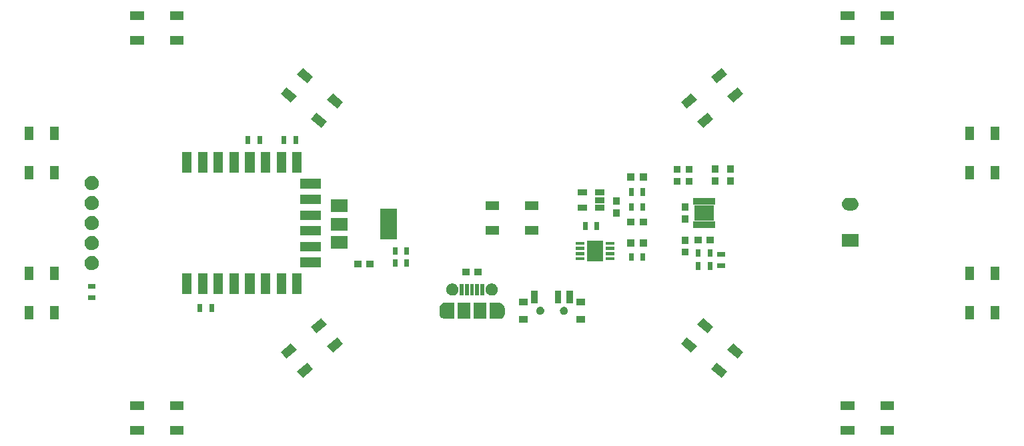
<source format=gts>
G04 #@! TF.FileFunction,Soldermask,Top*
%FSLAX46Y46*%
G04 Gerber Fmt 4.6, Leading zero omitted, Abs format (unit mm)*
G04 Created by KiCad (PCBNEW 4.0.7) date Thursday, August 02, 2018 'PMt' 05:34:58 PM*
%MOMM*%
%LPD*%
G01*
G04 APERTURE LIST*
%ADD10C,0.100000*%
G04 APERTURE END LIST*
D10*
G36*
X124635000Y-68190000D02*
X122935000Y-68190000D01*
X122935000Y-67090000D01*
X124635000Y-67090000D01*
X124635000Y-68190000D01*
X124635000Y-68190000D01*
G37*
G36*
X29465000Y-68190000D02*
X27765000Y-68190000D01*
X27765000Y-67090000D01*
X29465000Y-67090000D01*
X29465000Y-68190000D01*
X29465000Y-68190000D01*
G37*
G36*
X34465000Y-68190000D02*
X32765000Y-68190000D01*
X32765000Y-67090000D01*
X34465000Y-67090000D01*
X34465000Y-68190000D01*
X34465000Y-68190000D01*
G37*
G36*
X119635000Y-68190000D02*
X117935000Y-68190000D01*
X117935000Y-67090000D01*
X119635000Y-67090000D01*
X119635000Y-68190000D01*
X119635000Y-68190000D01*
G37*
G36*
X124635000Y-64990000D02*
X122935000Y-64990000D01*
X122935000Y-63890000D01*
X124635000Y-63890000D01*
X124635000Y-64990000D01*
X124635000Y-64990000D01*
G37*
G36*
X119635000Y-64990000D02*
X117935000Y-64990000D01*
X117935000Y-63890000D01*
X119635000Y-63890000D01*
X119635000Y-64990000D01*
X119635000Y-64990000D01*
G37*
G36*
X34465000Y-64990000D02*
X32765000Y-64990000D01*
X32765000Y-63890000D01*
X34465000Y-63890000D01*
X34465000Y-64990000D01*
X34465000Y-64990000D01*
G37*
G36*
X29465000Y-64990000D02*
X27765000Y-64990000D01*
X27765000Y-63890000D01*
X29465000Y-63890000D01*
X29465000Y-64990000D01*
X29465000Y-64990000D01*
G37*
G36*
X50918021Y-59857595D02*
X49615745Y-60950335D01*
X48908677Y-60107685D01*
X50210953Y-59014945D01*
X50918021Y-59857595D01*
X50918021Y-59857595D01*
G37*
G36*
X103491323Y-60107685D02*
X102784255Y-60950335D01*
X101481979Y-59857595D01*
X102189047Y-59014945D01*
X103491323Y-60107685D01*
X103491323Y-60107685D01*
G37*
G36*
X48861101Y-57406253D02*
X47558825Y-58498993D01*
X46851757Y-57656343D01*
X48154033Y-56563603D01*
X48861101Y-57406253D01*
X48861101Y-57406253D01*
G37*
G36*
X105548243Y-57656343D02*
X104841175Y-58498993D01*
X103538899Y-57406253D01*
X104245967Y-56563603D01*
X105548243Y-57656343D01*
X105548243Y-57656343D01*
G37*
G36*
X54748243Y-56643657D02*
X53445967Y-57736397D01*
X52738899Y-56893747D01*
X54041175Y-55801007D01*
X54748243Y-56643657D01*
X54748243Y-56643657D01*
G37*
G36*
X99661101Y-56893747D02*
X98954033Y-57736397D01*
X97651757Y-56643657D01*
X98358825Y-55801007D01*
X99661101Y-56893747D01*
X99661101Y-56893747D01*
G37*
G36*
X51984256Y-53349666D02*
X52043273Y-53420000D01*
X52691323Y-54192315D01*
X51389047Y-55285055D01*
X50681979Y-54442405D01*
X51984255Y-53349665D01*
X51984256Y-53349666D01*
X51984256Y-53349666D01*
G37*
G36*
X101718021Y-54442405D02*
X101010953Y-55285055D01*
X99708677Y-54192315D01*
X100356727Y-53420000D01*
X100415744Y-53349666D01*
X100415745Y-53349665D01*
X101718021Y-54442405D01*
X101718021Y-54442405D01*
G37*
G36*
X85480000Y-53950000D02*
X84380000Y-53950000D01*
X84380000Y-53050000D01*
X85480000Y-53050000D01*
X85480000Y-53950000D01*
X85480000Y-53950000D01*
G37*
G36*
X78180000Y-53950000D02*
X77080000Y-53950000D01*
X77080000Y-53050000D01*
X78180000Y-53050000D01*
X78180000Y-53950000D01*
X78180000Y-53950000D01*
G37*
G36*
X15460000Y-53515000D02*
X14360000Y-53515000D01*
X14360000Y-51815000D01*
X15460000Y-51815000D01*
X15460000Y-53515000D01*
X15460000Y-53515000D01*
G37*
G36*
X18660000Y-53515000D02*
X17560000Y-53515000D01*
X17560000Y-51815000D01*
X18660000Y-51815000D01*
X18660000Y-53515000D01*
X18660000Y-53515000D01*
G37*
G36*
X134840000Y-53515000D02*
X133740000Y-53515000D01*
X133740000Y-51815000D01*
X134840000Y-51815000D01*
X134840000Y-53515000D01*
X134840000Y-53515000D01*
G37*
G36*
X138040000Y-53515000D02*
X136940000Y-53515000D01*
X136940000Y-51815000D01*
X138040000Y-51815000D01*
X138040000Y-53515000D01*
X138040000Y-53515000D01*
G37*
G36*
X74667843Y-51419726D02*
X74673069Y-51420000D01*
X74698425Y-51420000D01*
X74698636Y-51420139D01*
X74714774Y-51424659D01*
X74750651Y-51428429D01*
X74750664Y-51428433D01*
X74750701Y-51428437D01*
X74871885Y-51465950D01*
X74983475Y-51526287D01*
X75081221Y-51607149D01*
X75161399Y-51705456D01*
X75220955Y-51817465D01*
X75257621Y-51938909D01*
X75270000Y-52065161D01*
X75270000Y-52774839D01*
X75269937Y-52783914D01*
X75255796Y-52909982D01*
X75217438Y-53030901D01*
X75156324Y-53142068D01*
X75074781Y-53239246D01*
X74975916Y-53318736D01*
X74863494Y-53377509D01*
X74741798Y-53413326D01*
X74741764Y-53413329D01*
X74741751Y-53413333D01*
X74715469Y-53415724D01*
X74701776Y-53418957D01*
X74699930Y-53420000D01*
X74670756Y-53420000D01*
X74666224Y-53420206D01*
X74615464Y-53424826D01*
X74572157Y-53420274D01*
X74566931Y-53420000D01*
X73370000Y-53420000D01*
X73370000Y-51420000D01*
X74569244Y-51420000D01*
X74573776Y-51419794D01*
X74624536Y-51415174D01*
X74667843Y-51419726D01*
X74667843Y-51419726D01*
G37*
G36*
X67667843Y-51419726D02*
X67673069Y-51420000D01*
X68870000Y-51420000D01*
X68870000Y-53420000D01*
X67670756Y-53420000D01*
X67666224Y-53420206D01*
X67615464Y-53424826D01*
X67572157Y-53420274D01*
X67566931Y-53420000D01*
X67541575Y-53420000D01*
X67541364Y-53419861D01*
X67525226Y-53415341D01*
X67489349Y-53411571D01*
X67489336Y-53411567D01*
X67489299Y-53411563D01*
X67368115Y-53374050D01*
X67256525Y-53313713D01*
X67158779Y-53232851D01*
X67078601Y-53134544D01*
X67019045Y-53022535D01*
X66982379Y-52901091D01*
X66970000Y-52774839D01*
X66970000Y-52065161D01*
X66970063Y-52056086D01*
X66984204Y-51930018D01*
X67022562Y-51809099D01*
X67083676Y-51697932D01*
X67165219Y-51600754D01*
X67264084Y-51521264D01*
X67376506Y-51462491D01*
X67498202Y-51426674D01*
X67498236Y-51426671D01*
X67498249Y-51426667D01*
X67524531Y-51424276D01*
X67538224Y-51421043D01*
X67540070Y-51420000D01*
X67569244Y-51420000D01*
X67573776Y-51419794D01*
X67624536Y-51415174D01*
X67667843Y-51419726D01*
X67667843Y-51419726D01*
G37*
G36*
X70920000Y-53420000D02*
X69320000Y-53420000D01*
X69320000Y-51420000D01*
X70920000Y-51420000D01*
X70920000Y-53420000D01*
X70920000Y-53420000D01*
G37*
G36*
X72920000Y-53420000D02*
X71320000Y-53420000D01*
X71320000Y-51420000D01*
X72920000Y-51420000D01*
X72920000Y-53420000D01*
X72920000Y-53420000D01*
G37*
G36*
X82832517Y-51900332D02*
X82928571Y-51920049D01*
X83018965Y-51958047D01*
X83100255Y-52012877D01*
X83169348Y-52082454D01*
X83223614Y-52164130D01*
X83260976Y-52254780D01*
X83279955Y-52350629D01*
X83279955Y-52350638D01*
X83280021Y-52350972D01*
X83278457Y-52462970D01*
X83278381Y-52463304D01*
X83278381Y-52463316D01*
X83256737Y-52558587D01*
X83216852Y-52648168D01*
X83160334Y-52728289D01*
X83089321Y-52795913D01*
X83006527Y-52848455D01*
X82915110Y-52883913D01*
X82818547Y-52900940D01*
X82720514Y-52898887D01*
X82624741Y-52877830D01*
X82534889Y-52838574D01*
X82454370Y-52782613D01*
X82386254Y-52712076D01*
X82333139Y-52629658D01*
X82297042Y-52538488D01*
X82279340Y-52442038D01*
X82280710Y-52343995D01*
X82301096Y-52248085D01*
X82339725Y-52157957D01*
X82395123Y-52077050D01*
X82465183Y-52008442D01*
X82547230Y-51954752D01*
X82638146Y-51918020D01*
X82734461Y-51899647D01*
X82832517Y-51900332D01*
X82832517Y-51900332D01*
G37*
G36*
X79832517Y-51900332D02*
X79928571Y-51920049D01*
X80018965Y-51958047D01*
X80100255Y-52012877D01*
X80169348Y-52082454D01*
X80223614Y-52164130D01*
X80260976Y-52254780D01*
X80279955Y-52350629D01*
X80279955Y-52350638D01*
X80280021Y-52350972D01*
X80278457Y-52462970D01*
X80278381Y-52463304D01*
X80278381Y-52463316D01*
X80256737Y-52558587D01*
X80216852Y-52648168D01*
X80160334Y-52728289D01*
X80089321Y-52795913D01*
X80006527Y-52848455D01*
X79915110Y-52883913D01*
X79818547Y-52900940D01*
X79720514Y-52898887D01*
X79624741Y-52877830D01*
X79534889Y-52838574D01*
X79454370Y-52782613D01*
X79386254Y-52712076D01*
X79333139Y-52629658D01*
X79297042Y-52538488D01*
X79279340Y-52442038D01*
X79280710Y-52343995D01*
X79301096Y-52248085D01*
X79339725Y-52157957D01*
X79395123Y-52077050D01*
X79465183Y-52008442D01*
X79547230Y-51954752D01*
X79638146Y-51918020D01*
X79734461Y-51899647D01*
X79832517Y-51900332D01*
X79832517Y-51900332D01*
G37*
G36*
X36888000Y-52570000D02*
X36288000Y-52570000D01*
X36288000Y-51570000D01*
X36888000Y-51570000D01*
X36888000Y-52570000D01*
X36888000Y-52570000D01*
G37*
G36*
X38388000Y-52570000D02*
X37788000Y-52570000D01*
X37788000Y-51570000D01*
X38388000Y-51570000D01*
X38388000Y-52570000D01*
X38388000Y-52570000D01*
G37*
G36*
X85480000Y-51740000D02*
X84380000Y-51740000D01*
X84380000Y-50840000D01*
X85480000Y-50840000D01*
X85480000Y-51740000D01*
X85480000Y-51740000D01*
G37*
G36*
X78180000Y-51740000D02*
X77080000Y-51740000D01*
X77080000Y-50840000D01*
X78180000Y-50840000D01*
X78180000Y-51740000D01*
X78180000Y-51740000D01*
G37*
G36*
X83930000Y-51440000D02*
X83130000Y-51440000D01*
X83130000Y-49840000D01*
X83930000Y-49840000D01*
X83930000Y-51440000D01*
X83930000Y-51440000D01*
G37*
G36*
X82430000Y-51440000D02*
X81630000Y-51440000D01*
X81630000Y-49840000D01*
X82430000Y-49840000D01*
X82430000Y-51440000D01*
X82430000Y-51440000D01*
G37*
G36*
X79430000Y-51440000D02*
X78630000Y-51440000D01*
X78630000Y-49840000D01*
X79430000Y-49840000D01*
X79430000Y-51440000D01*
X79430000Y-51440000D01*
G37*
G36*
X23360000Y-51088000D02*
X22360000Y-51088000D01*
X22360000Y-50488000D01*
X23360000Y-50488000D01*
X23360000Y-51088000D01*
X23360000Y-51088000D01*
G37*
G36*
X73701401Y-48945514D02*
X73850285Y-48976076D01*
X73990392Y-49034971D01*
X74116397Y-49119963D01*
X74223491Y-49227807D01*
X74307596Y-49354397D01*
X74365514Y-49494914D01*
X74394968Y-49643664D01*
X74394968Y-49643678D01*
X74395033Y-49644007D01*
X74392609Y-49817603D01*
X74392533Y-49817937D01*
X74392533Y-49817945D01*
X74358939Y-49965816D01*
X74297121Y-50104658D01*
X74209513Y-50228851D01*
X74099444Y-50333668D01*
X73971123Y-50415103D01*
X73829421Y-50470066D01*
X73679747Y-50496457D01*
X73527795Y-50493274D01*
X73379350Y-50460636D01*
X73240077Y-50399789D01*
X73115276Y-50313050D01*
X73009695Y-50203718D01*
X72927366Y-50075969D01*
X72871416Y-49934655D01*
X72843978Y-49785161D01*
X72846101Y-49633192D01*
X72877700Y-49484531D01*
X72937575Y-49344833D01*
X73023441Y-49219428D01*
X73132032Y-49113087D01*
X73259207Y-49029866D01*
X73400126Y-48972931D01*
X73549416Y-48944453D01*
X73701401Y-48945514D01*
X73701401Y-48945514D01*
G37*
G36*
X68701401Y-48945514D02*
X68850285Y-48976076D01*
X68990392Y-49034971D01*
X69116397Y-49119963D01*
X69223491Y-49227807D01*
X69307596Y-49354397D01*
X69365514Y-49494914D01*
X69394968Y-49643664D01*
X69394968Y-49643678D01*
X69395033Y-49644007D01*
X69392609Y-49817603D01*
X69392533Y-49817937D01*
X69392533Y-49817945D01*
X69358939Y-49965816D01*
X69297121Y-50104658D01*
X69209513Y-50228851D01*
X69099444Y-50333668D01*
X68971123Y-50415103D01*
X68829421Y-50470066D01*
X68679747Y-50496457D01*
X68527795Y-50493274D01*
X68379350Y-50460636D01*
X68240077Y-50399789D01*
X68115276Y-50313050D01*
X68009695Y-50203718D01*
X67927366Y-50075969D01*
X67871416Y-49934655D01*
X67843978Y-49785161D01*
X67846101Y-49633192D01*
X67877700Y-49484531D01*
X67937575Y-49344833D01*
X68023441Y-49219428D01*
X68132032Y-49113087D01*
X68259207Y-49029866D01*
X68400126Y-48972931D01*
X68549416Y-48944453D01*
X68701401Y-48945514D01*
X68701401Y-48945514D01*
G37*
G36*
X71370000Y-50445000D02*
X70870000Y-50445000D01*
X70870000Y-48995000D01*
X71370000Y-48995000D01*
X71370000Y-50445000D01*
X71370000Y-50445000D01*
G37*
G36*
X72020000Y-50445000D02*
X71520000Y-50445000D01*
X71520000Y-48995000D01*
X72020000Y-48995000D01*
X72020000Y-50445000D01*
X72020000Y-50445000D01*
G37*
G36*
X72670000Y-50445000D02*
X72170000Y-50445000D01*
X72170000Y-48995000D01*
X72670000Y-48995000D01*
X72670000Y-50445000D01*
X72670000Y-50445000D01*
G37*
G36*
X70070000Y-50445000D02*
X69570000Y-50445000D01*
X69570000Y-48995000D01*
X70070000Y-48995000D01*
X70070000Y-50445000D01*
X70070000Y-50445000D01*
G37*
G36*
X70720000Y-50445000D02*
X70220000Y-50445000D01*
X70220000Y-48995000D01*
X70720000Y-48995000D01*
X70720000Y-50445000D01*
X70720000Y-50445000D01*
G37*
G36*
X49525000Y-50260000D02*
X48325000Y-50260000D01*
X48325000Y-47660000D01*
X49525000Y-47660000D01*
X49525000Y-50260000D01*
X49525000Y-50260000D01*
G37*
G36*
X47525000Y-50260000D02*
X46325000Y-50260000D01*
X46325000Y-47660000D01*
X47525000Y-47660000D01*
X47525000Y-50260000D01*
X47525000Y-50260000D01*
G37*
G36*
X45525000Y-50260000D02*
X44325000Y-50260000D01*
X44325000Y-47660000D01*
X45525000Y-47660000D01*
X45525000Y-50260000D01*
X45525000Y-50260000D01*
G37*
G36*
X43525000Y-50260000D02*
X42325000Y-50260000D01*
X42325000Y-47660000D01*
X43525000Y-47660000D01*
X43525000Y-50260000D01*
X43525000Y-50260000D01*
G37*
G36*
X41525000Y-50260000D02*
X40325000Y-50260000D01*
X40325000Y-47660000D01*
X41525000Y-47660000D01*
X41525000Y-50260000D01*
X41525000Y-50260000D01*
G37*
G36*
X39525000Y-50260000D02*
X38325000Y-50260000D01*
X38325000Y-47660000D01*
X39525000Y-47660000D01*
X39525000Y-50260000D01*
X39525000Y-50260000D01*
G37*
G36*
X37525000Y-50260000D02*
X36325000Y-50260000D01*
X36325000Y-47660000D01*
X37525000Y-47660000D01*
X37525000Y-50260000D01*
X37525000Y-50260000D01*
G37*
G36*
X35525000Y-50260000D02*
X34325000Y-50260000D01*
X34325000Y-47660000D01*
X35525000Y-47660000D01*
X35525000Y-50260000D01*
X35525000Y-50260000D01*
G37*
G36*
X23360000Y-49588000D02*
X22360000Y-49588000D01*
X22360000Y-48988000D01*
X23360000Y-48988000D01*
X23360000Y-49588000D01*
X23360000Y-49588000D01*
G37*
G36*
X138040000Y-48515000D02*
X136940000Y-48515000D01*
X136940000Y-46815000D01*
X138040000Y-46815000D01*
X138040000Y-48515000D01*
X138040000Y-48515000D01*
G37*
G36*
X134840000Y-48515000D02*
X133740000Y-48515000D01*
X133740000Y-46815000D01*
X134840000Y-46815000D01*
X134840000Y-48515000D01*
X134840000Y-48515000D01*
G37*
G36*
X18660000Y-48515000D02*
X17560000Y-48515000D01*
X17560000Y-46815000D01*
X18660000Y-46815000D01*
X18660000Y-48515000D01*
X18660000Y-48515000D01*
G37*
G36*
X15460000Y-48515000D02*
X14360000Y-48515000D01*
X14360000Y-46815000D01*
X15460000Y-46815000D01*
X15460000Y-48515000D01*
X15460000Y-48515000D01*
G37*
G36*
X70820000Y-47923000D02*
X69920000Y-47923000D01*
X69920000Y-47073000D01*
X70820000Y-47073000D01*
X70820000Y-47923000D01*
X70820000Y-47923000D01*
G37*
G36*
X72320000Y-47923000D02*
X71420000Y-47923000D01*
X71420000Y-47073000D01*
X72320000Y-47073000D01*
X72320000Y-47923000D01*
X72320000Y-47923000D01*
G37*
G36*
X22954531Y-45455597D02*
X23127427Y-45491088D01*
X23290132Y-45559483D01*
X23436458Y-45658180D01*
X23560828Y-45783422D01*
X23658502Y-45930433D01*
X23725757Y-46093608D01*
X23759973Y-46266407D01*
X23759973Y-46266416D01*
X23760039Y-46266750D01*
X23757224Y-46468346D01*
X23757148Y-46468680D01*
X23757148Y-46468691D01*
X23718123Y-46640459D01*
X23646334Y-46801699D01*
X23544592Y-46945927D01*
X23416778Y-47067644D01*
X23267755Y-47162216D01*
X23103199Y-47226043D01*
X22929383Y-47256692D01*
X22752923Y-47252996D01*
X22580536Y-47215094D01*
X22418800Y-47144433D01*
X22273869Y-47043703D01*
X22151260Y-46916738D01*
X22055651Y-46768382D01*
X21990676Y-46604277D01*
X21958814Y-46430672D01*
X21961279Y-46254191D01*
X21997974Y-46081552D01*
X22067506Y-45919322D01*
X22167222Y-45773691D01*
X22293328Y-45650198D01*
X22441015Y-45553555D01*
X22604663Y-45487437D01*
X22778032Y-45454365D01*
X22954531Y-45455597D01*
X22954531Y-45455597D01*
G37*
G36*
X101634000Y-47236000D02*
X101034000Y-47236000D01*
X101034000Y-46236000D01*
X101634000Y-46236000D01*
X101634000Y-47236000D01*
X101634000Y-47236000D01*
G37*
G36*
X100134000Y-47236000D02*
X99534000Y-47236000D01*
X99534000Y-46236000D01*
X100134000Y-46236000D01*
X100134000Y-47236000D01*
X100134000Y-47236000D01*
G37*
G36*
X103243000Y-47024000D02*
X102243000Y-47024000D01*
X102243000Y-46424000D01*
X103243000Y-46424000D01*
X103243000Y-47024000D01*
X103243000Y-47024000D01*
G37*
G36*
X57104000Y-46907000D02*
X56204000Y-46907000D01*
X56204000Y-46057000D01*
X57104000Y-46057000D01*
X57104000Y-46907000D01*
X57104000Y-46907000D01*
G37*
G36*
X58604000Y-46907000D02*
X57704000Y-46907000D01*
X57704000Y-46057000D01*
X58604000Y-46057000D01*
X58604000Y-46907000D01*
X58604000Y-46907000D01*
G37*
G36*
X51925000Y-46870000D02*
X49325000Y-46870000D01*
X49325000Y-45670000D01*
X51925000Y-45670000D01*
X51925000Y-46870000D01*
X51925000Y-46870000D01*
G37*
G36*
X63153000Y-46855000D02*
X62553000Y-46855000D01*
X62553000Y-45855000D01*
X63153000Y-45855000D01*
X63153000Y-46855000D01*
X63153000Y-46855000D01*
G37*
G36*
X61653000Y-46855000D02*
X61053000Y-46855000D01*
X61053000Y-45855000D01*
X61653000Y-45855000D01*
X61653000Y-46855000D01*
X61653000Y-46855000D01*
G37*
G36*
X87741000Y-46131000D02*
X85741000Y-46131000D01*
X85741000Y-43531000D01*
X87741000Y-43531000D01*
X87741000Y-46131000D01*
X87741000Y-46131000D01*
G37*
G36*
X91625000Y-46093000D02*
X91025000Y-46093000D01*
X91025000Y-45093000D01*
X91625000Y-45093000D01*
X91625000Y-46093000D01*
X91625000Y-46093000D01*
G37*
G36*
X93125000Y-46093000D02*
X92525000Y-46093000D01*
X92525000Y-45093000D01*
X93125000Y-45093000D01*
X93125000Y-46093000D01*
X93125000Y-46093000D01*
G37*
G36*
X85366000Y-46006000D02*
X84316000Y-46006000D01*
X84316000Y-45606000D01*
X85366000Y-45606000D01*
X85366000Y-46006000D01*
X85366000Y-46006000D01*
G37*
G36*
X89166000Y-46006000D02*
X88116000Y-46006000D01*
X88116000Y-45606000D01*
X89166000Y-45606000D01*
X89166000Y-46006000D01*
X89166000Y-46006000D01*
G37*
G36*
X101634000Y-45585000D02*
X101034000Y-45585000D01*
X101034000Y-44585000D01*
X101634000Y-44585000D01*
X101634000Y-45585000D01*
X101634000Y-45585000D01*
G37*
G36*
X100134000Y-45585000D02*
X99534000Y-45585000D01*
X99534000Y-44585000D01*
X100134000Y-44585000D01*
X100134000Y-45585000D01*
X100134000Y-45585000D01*
G37*
G36*
X103243000Y-45524000D02*
X102243000Y-45524000D01*
X102243000Y-44924000D01*
X103243000Y-44924000D01*
X103243000Y-45524000D01*
X103243000Y-45524000D01*
G37*
G36*
X98596000Y-45396000D02*
X97746000Y-45396000D01*
X97746000Y-44496000D01*
X98596000Y-44496000D01*
X98596000Y-45396000D01*
X98596000Y-45396000D01*
G37*
G36*
X85366000Y-45356000D02*
X84316000Y-45356000D01*
X84316000Y-44956000D01*
X85366000Y-44956000D01*
X85366000Y-45356000D01*
X85366000Y-45356000D01*
G37*
G36*
X89166000Y-45356000D02*
X88116000Y-45356000D01*
X88116000Y-44956000D01*
X89166000Y-44956000D01*
X89166000Y-45356000D01*
X89166000Y-45356000D01*
G37*
G36*
X63153000Y-45331000D02*
X62553000Y-45331000D01*
X62553000Y-44331000D01*
X63153000Y-44331000D01*
X63153000Y-45331000D01*
X63153000Y-45331000D01*
G37*
G36*
X61653000Y-45331000D02*
X61053000Y-45331000D01*
X61053000Y-44331000D01*
X61653000Y-44331000D01*
X61653000Y-45331000D01*
X61653000Y-45331000D01*
G37*
G36*
X51925000Y-44870000D02*
X49325000Y-44870000D01*
X49325000Y-43670000D01*
X51925000Y-43670000D01*
X51925000Y-44870000D01*
X51925000Y-44870000D01*
G37*
G36*
X22954531Y-42915597D02*
X23127427Y-42951088D01*
X23290132Y-43019483D01*
X23436458Y-43118180D01*
X23560828Y-43243422D01*
X23658502Y-43390433D01*
X23725757Y-43553608D01*
X23759973Y-43726407D01*
X23759973Y-43726416D01*
X23760039Y-43726750D01*
X23757224Y-43928346D01*
X23757148Y-43928680D01*
X23757148Y-43928691D01*
X23718123Y-44100459D01*
X23646334Y-44261699D01*
X23544592Y-44405927D01*
X23416778Y-44527644D01*
X23267755Y-44622216D01*
X23103199Y-44686043D01*
X22929383Y-44716692D01*
X22752923Y-44712996D01*
X22580536Y-44675094D01*
X22418800Y-44604433D01*
X22273869Y-44503703D01*
X22151260Y-44376738D01*
X22055651Y-44228382D01*
X21990676Y-44064277D01*
X21958814Y-43890672D01*
X21961279Y-43714191D01*
X21997974Y-43541552D01*
X22067506Y-43379322D01*
X22167222Y-43233691D01*
X22293328Y-43110198D01*
X22441015Y-43013555D01*
X22604663Y-42947437D01*
X22778032Y-42914365D01*
X22954531Y-42915597D01*
X22954531Y-42915597D01*
G37*
G36*
X89166000Y-44706000D02*
X88116000Y-44706000D01*
X88116000Y-44306000D01*
X89166000Y-44306000D01*
X89166000Y-44706000D01*
X89166000Y-44706000D01*
G37*
G36*
X85366000Y-44706000D02*
X84316000Y-44706000D01*
X84316000Y-44306000D01*
X85366000Y-44306000D01*
X85366000Y-44706000D01*
X85366000Y-44706000D01*
G37*
G36*
X55304000Y-44502000D02*
X53204000Y-44502000D01*
X53204000Y-42902000D01*
X55304000Y-42902000D01*
X55304000Y-44502000D01*
X55304000Y-44502000D01*
G37*
G36*
X93325000Y-44265000D02*
X92425000Y-44265000D01*
X92425000Y-43365000D01*
X93325000Y-43365000D01*
X93325000Y-44265000D01*
X93325000Y-44265000D01*
G37*
G36*
X91725000Y-44265000D02*
X90825000Y-44265000D01*
X90825000Y-43365000D01*
X91725000Y-43365000D01*
X91725000Y-44265000D01*
X91725000Y-44265000D01*
G37*
G36*
X120176000Y-44234000D02*
X118076000Y-44234000D01*
X118076000Y-42634000D01*
X120176000Y-42634000D01*
X120176000Y-44234000D01*
X120176000Y-44234000D01*
G37*
G36*
X89166000Y-44056000D02*
X88116000Y-44056000D01*
X88116000Y-43656000D01*
X89166000Y-43656000D01*
X89166000Y-44056000D01*
X89166000Y-44056000D01*
G37*
G36*
X85366000Y-44056000D02*
X84316000Y-44056000D01*
X84316000Y-43656000D01*
X85366000Y-43656000D01*
X85366000Y-44056000D01*
X85366000Y-44056000D01*
G37*
G36*
X98596000Y-43896000D02*
X97746000Y-43896000D01*
X97746000Y-42996000D01*
X98596000Y-42996000D01*
X98596000Y-43896000D01*
X98596000Y-43896000D01*
G37*
G36*
X100284000Y-43859000D02*
X99384000Y-43859000D01*
X99384000Y-43009000D01*
X100284000Y-43009000D01*
X100284000Y-43859000D01*
X100284000Y-43859000D01*
G37*
G36*
X101784000Y-43859000D02*
X100884000Y-43859000D01*
X100884000Y-43009000D01*
X101784000Y-43009000D01*
X101784000Y-43859000D01*
X101784000Y-43859000D01*
G37*
G36*
X61604000Y-43352000D02*
X59504000Y-43352000D01*
X59504000Y-39452000D01*
X61604000Y-39452000D01*
X61604000Y-43352000D01*
X61604000Y-43352000D01*
G37*
G36*
X51925000Y-42870000D02*
X49325000Y-42870000D01*
X49325000Y-41670000D01*
X51925000Y-41670000D01*
X51925000Y-42870000D01*
X51925000Y-42870000D01*
G37*
G36*
X79550000Y-42790000D02*
X77850000Y-42790000D01*
X77850000Y-41690000D01*
X79550000Y-41690000D01*
X79550000Y-42790000D01*
X79550000Y-42790000D01*
G37*
G36*
X74550000Y-42790000D02*
X72850000Y-42790000D01*
X72850000Y-41690000D01*
X74550000Y-41690000D01*
X74550000Y-42790000D01*
X74550000Y-42790000D01*
G37*
G36*
X55304000Y-42202000D02*
X53204000Y-42202000D01*
X53204000Y-40602000D01*
X55304000Y-40602000D01*
X55304000Y-42202000D01*
X55304000Y-42202000D01*
G37*
G36*
X22954531Y-40375597D02*
X23127427Y-40411088D01*
X23290132Y-40479483D01*
X23436458Y-40578180D01*
X23560828Y-40703422D01*
X23658502Y-40850433D01*
X23725757Y-41013608D01*
X23759973Y-41186407D01*
X23759973Y-41186416D01*
X23760039Y-41186750D01*
X23757224Y-41388346D01*
X23757148Y-41388680D01*
X23757148Y-41388691D01*
X23718123Y-41560459D01*
X23646334Y-41721699D01*
X23544592Y-41865927D01*
X23416778Y-41987644D01*
X23267755Y-42082216D01*
X23103199Y-42146043D01*
X22929383Y-42176692D01*
X22752923Y-42172996D01*
X22580536Y-42135094D01*
X22418800Y-42064433D01*
X22273869Y-41963703D01*
X22151260Y-41836738D01*
X22055651Y-41688382D01*
X21990676Y-41524277D01*
X21958814Y-41350672D01*
X21961279Y-41174191D01*
X21997974Y-41001552D01*
X22067506Y-40839322D01*
X22167222Y-40693691D01*
X22293328Y-40570198D01*
X22441015Y-40473555D01*
X22604663Y-40407437D01*
X22778032Y-40374365D01*
X22954531Y-40375597D01*
X22954531Y-40375597D01*
G37*
G36*
X87283000Y-42156000D02*
X86683000Y-42156000D01*
X86683000Y-41156000D01*
X87283000Y-41156000D01*
X87283000Y-42156000D01*
X87283000Y-42156000D01*
G37*
G36*
X85783000Y-42156000D02*
X85183000Y-42156000D01*
X85183000Y-41156000D01*
X85783000Y-41156000D01*
X85783000Y-42156000D01*
X85783000Y-42156000D01*
G37*
G36*
X101959000Y-41880000D02*
X99209000Y-41880000D01*
X99209000Y-41080000D01*
X101959000Y-41080000D01*
X101959000Y-41880000D01*
X101959000Y-41880000D01*
G37*
G36*
X93325000Y-41598000D02*
X92425000Y-41598000D01*
X92425000Y-40698000D01*
X93325000Y-40698000D01*
X93325000Y-41598000D01*
X93325000Y-41598000D01*
G37*
G36*
X91725000Y-41598000D02*
X90825000Y-41598000D01*
X90825000Y-40698000D01*
X91725000Y-40698000D01*
X91725000Y-41598000D01*
X91725000Y-41598000D01*
G37*
G36*
X98596000Y-41205000D02*
X97746000Y-41205000D01*
X97746000Y-40305000D01*
X98596000Y-40305000D01*
X98596000Y-41205000D01*
X98596000Y-41205000D01*
G37*
G36*
X101809000Y-40945000D02*
X99359000Y-40945000D01*
X99359000Y-39065000D01*
X101809000Y-39065000D01*
X101809000Y-40945000D01*
X101809000Y-40945000D01*
G37*
G36*
X51925000Y-40870000D02*
X49325000Y-40870000D01*
X49325000Y-39670000D01*
X51925000Y-39670000D01*
X51925000Y-40870000D01*
X51925000Y-40870000D01*
G37*
G36*
X89833000Y-40443000D02*
X88983000Y-40443000D01*
X88983000Y-39543000D01*
X89833000Y-39543000D01*
X89833000Y-40443000D01*
X89833000Y-40443000D01*
G37*
G36*
X55304000Y-39902000D02*
X53204000Y-39902000D01*
X53204000Y-38302000D01*
X55304000Y-38302000D01*
X55304000Y-39902000D01*
X55304000Y-39902000D01*
G37*
G36*
X91625000Y-39743000D02*
X91025000Y-39743000D01*
X91025000Y-38743000D01*
X91625000Y-38743000D01*
X91625000Y-39743000D01*
X91625000Y-39743000D01*
G37*
G36*
X93125000Y-39743000D02*
X92525000Y-39743000D01*
X92525000Y-38743000D01*
X93125000Y-38743000D01*
X93125000Y-39743000D01*
X93125000Y-39743000D01*
G37*
G36*
X98596000Y-39705000D02*
X97746000Y-39705000D01*
X97746000Y-38805000D01*
X98596000Y-38805000D01*
X98596000Y-39705000D01*
X98596000Y-39705000D01*
G37*
G36*
X85713000Y-39679000D02*
X84553000Y-39679000D01*
X84553000Y-38929000D01*
X85713000Y-38929000D01*
X85713000Y-39679000D01*
X85713000Y-39679000D01*
G37*
G36*
X87913000Y-39679000D02*
X86753000Y-39679000D01*
X86753000Y-38929000D01*
X87913000Y-38929000D01*
X87913000Y-39679000D01*
X87913000Y-39679000D01*
G37*
G36*
X119386838Y-38062040D02*
X119392251Y-38062078D01*
X119547410Y-38079482D01*
X119696235Y-38126692D01*
X119833055Y-38201909D01*
X119952659Y-38302269D01*
X120050492Y-38423949D01*
X120122828Y-38562315D01*
X120166911Y-38712095D01*
X120166915Y-38712138D01*
X120166916Y-38712142D01*
X120181063Y-38867583D01*
X120164748Y-39022814D01*
X120164745Y-39022824D01*
X120164741Y-39022862D01*
X120118572Y-39172012D01*
X120044311Y-39309354D01*
X119944788Y-39429657D01*
X119823794Y-39528337D01*
X119685937Y-39601637D01*
X119536468Y-39646764D01*
X119381081Y-39662000D01*
X118870885Y-39662000D01*
X118865162Y-39661960D01*
X118859749Y-39661922D01*
X118704590Y-39644518D01*
X118555765Y-39597308D01*
X118418945Y-39522091D01*
X118299341Y-39421731D01*
X118201508Y-39300051D01*
X118129172Y-39161685D01*
X118085089Y-39011905D01*
X118085085Y-39011862D01*
X118085084Y-39011858D01*
X118070937Y-38856417D01*
X118087252Y-38701186D01*
X118087255Y-38701176D01*
X118087259Y-38701138D01*
X118133428Y-38551988D01*
X118207689Y-38414646D01*
X118307212Y-38294343D01*
X118428206Y-38195663D01*
X118566063Y-38122363D01*
X118715532Y-38077236D01*
X118870919Y-38062000D01*
X119381115Y-38062000D01*
X119386838Y-38062040D01*
X119386838Y-38062040D01*
G37*
G36*
X22954531Y-37835597D02*
X23127427Y-37871088D01*
X23290132Y-37939483D01*
X23436458Y-38038180D01*
X23560828Y-38163422D01*
X23658502Y-38310433D01*
X23725757Y-38473608D01*
X23759973Y-38646407D01*
X23759973Y-38646416D01*
X23760039Y-38646750D01*
X23757224Y-38848346D01*
X23757148Y-38848680D01*
X23757148Y-38848691D01*
X23718123Y-39020459D01*
X23646334Y-39181699D01*
X23544592Y-39325927D01*
X23416778Y-39447644D01*
X23267755Y-39542216D01*
X23103199Y-39606043D01*
X22929383Y-39636692D01*
X22752923Y-39632996D01*
X22580536Y-39595094D01*
X22418800Y-39524433D01*
X22273869Y-39423703D01*
X22151260Y-39296738D01*
X22055651Y-39148382D01*
X21990676Y-38984277D01*
X21958814Y-38810672D01*
X21961279Y-38634191D01*
X21997974Y-38461552D01*
X22067506Y-38299322D01*
X22167222Y-38153691D01*
X22293328Y-38030198D01*
X22441015Y-37933555D01*
X22604663Y-37867437D01*
X22778032Y-37834365D01*
X22954531Y-37835597D01*
X22954531Y-37835597D01*
G37*
G36*
X79550000Y-39590000D02*
X77850000Y-39590000D01*
X77850000Y-38490000D01*
X79550000Y-38490000D01*
X79550000Y-39590000D01*
X79550000Y-39590000D01*
G37*
G36*
X74550000Y-39590000D02*
X72850000Y-39590000D01*
X72850000Y-38490000D01*
X74550000Y-38490000D01*
X74550000Y-39590000D01*
X74550000Y-39590000D01*
G37*
G36*
X89833000Y-38943000D02*
X88983000Y-38943000D01*
X88983000Y-38043000D01*
X89833000Y-38043000D01*
X89833000Y-38943000D01*
X89833000Y-38943000D01*
G37*
G36*
X101959000Y-38930000D02*
X99209000Y-38930000D01*
X99209000Y-38130000D01*
X101959000Y-38130000D01*
X101959000Y-38930000D01*
X101959000Y-38930000D01*
G37*
G36*
X51925000Y-38870000D02*
X49325000Y-38870000D01*
X49325000Y-37670000D01*
X51925000Y-37670000D01*
X51925000Y-38870000D01*
X51925000Y-38870000D01*
G37*
G36*
X87913000Y-38729000D02*
X86753000Y-38729000D01*
X86753000Y-37979000D01*
X87913000Y-37979000D01*
X87913000Y-38729000D01*
X87913000Y-38729000D01*
G37*
G36*
X91625000Y-37838000D02*
X91025000Y-37838000D01*
X91025000Y-36838000D01*
X91625000Y-36838000D01*
X91625000Y-37838000D01*
X91625000Y-37838000D01*
G37*
G36*
X93125000Y-37838000D02*
X92525000Y-37838000D01*
X92525000Y-36838000D01*
X93125000Y-36838000D01*
X93125000Y-37838000D01*
X93125000Y-37838000D01*
G37*
G36*
X85713000Y-37779000D02*
X84553000Y-37779000D01*
X84553000Y-37029000D01*
X85713000Y-37029000D01*
X85713000Y-37779000D01*
X85713000Y-37779000D01*
G37*
G36*
X87913000Y-37779000D02*
X86753000Y-37779000D01*
X86753000Y-37029000D01*
X87913000Y-37029000D01*
X87913000Y-37779000D01*
X87913000Y-37779000D01*
G37*
G36*
X22954531Y-35295597D02*
X23127427Y-35331088D01*
X23290132Y-35399483D01*
X23436458Y-35498180D01*
X23560828Y-35623422D01*
X23658502Y-35770433D01*
X23725757Y-35933608D01*
X23759973Y-36106407D01*
X23759973Y-36106416D01*
X23760039Y-36106750D01*
X23757224Y-36308346D01*
X23757148Y-36308680D01*
X23757148Y-36308691D01*
X23718123Y-36480459D01*
X23646334Y-36641699D01*
X23544592Y-36785927D01*
X23416778Y-36907644D01*
X23267755Y-37002216D01*
X23103199Y-37066043D01*
X22929383Y-37096692D01*
X22752923Y-37092996D01*
X22580536Y-37055094D01*
X22418800Y-36984433D01*
X22273869Y-36883703D01*
X22151260Y-36756738D01*
X22055651Y-36608382D01*
X21990676Y-36444277D01*
X21958814Y-36270672D01*
X21961279Y-36094191D01*
X21997974Y-35921552D01*
X22067506Y-35759322D01*
X22167222Y-35613691D01*
X22293328Y-35490198D01*
X22441015Y-35393555D01*
X22604663Y-35327437D01*
X22778032Y-35294365D01*
X22954531Y-35295597D01*
X22954531Y-35295597D01*
G37*
G36*
X51925000Y-36870000D02*
X49325000Y-36870000D01*
X49325000Y-35670000D01*
X51925000Y-35670000D01*
X51925000Y-36870000D01*
X51925000Y-36870000D01*
G37*
G36*
X104311000Y-36379000D02*
X103461000Y-36379000D01*
X103461000Y-35479000D01*
X104311000Y-35479000D01*
X104311000Y-36379000D01*
X104311000Y-36379000D01*
G37*
G36*
X102406000Y-36379000D02*
X101556000Y-36379000D01*
X101556000Y-35479000D01*
X102406000Y-35479000D01*
X102406000Y-36379000D01*
X102406000Y-36379000D01*
G37*
G36*
X99117000Y-36366000D02*
X98217000Y-36366000D01*
X98217000Y-35516000D01*
X99117000Y-35516000D01*
X99117000Y-36366000D01*
X99117000Y-36366000D01*
G37*
G36*
X97617000Y-36366000D02*
X96717000Y-36366000D01*
X96717000Y-35516000D01*
X97617000Y-35516000D01*
X97617000Y-36366000D01*
X97617000Y-36366000D01*
G37*
G36*
X91725000Y-35883000D02*
X90825000Y-35883000D01*
X90825000Y-34983000D01*
X91725000Y-34983000D01*
X91725000Y-35883000D01*
X91725000Y-35883000D01*
G37*
G36*
X93325000Y-35883000D02*
X92425000Y-35883000D01*
X92425000Y-34983000D01*
X93325000Y-34983000D01*
X93325000Y-35883000D01*
X93325000Y-35883000D01*
G37*
G36*
X15460000Y-35735000D02*
X14360000Y-35735000D01*
X14360000Y-34035000D01*
X15460000Y-34035000D01*
X15460000Y-35735000D01*
X15460000Y-35735000D01*
G37*
G36*
X18660000Y-35735000D02*
X17560000Y-35735000D01*
X17560000Y-34035000D01*
X18660000Y-34035000D01*
X18660000Y-35735000D01*
X18660000Y-35735000D01*
G37*
G36*
X134840000Y-35735000D02*
X133740000Y-35735000D01*
X133740000Y-34035000D01*
X134840000Y-34035000D01*
X134840000Y-35735000D01*
X134840000Y-35735000D01*
G37*
G36*
X138040000Y-35735000D02*
X136940000Y-35735000D01*
X136940000Y-34035000D01*
X138040000Y-34035000D01*
X138040000Y-35735000D01*
X138040000Y-35735000D01*
G37*
G36*
X104311000Y-34879000D02*
X103461000Y-34879000D01*
X103461000Y-33979000D01*
X104311000Y-33979000D01*
X104311000Y-34879000D01*
X104311000Y-34879000D01*
G37*
G36*
X102406000Y-34879000D02*
X101556000Y-34879000D01*
X101556000Y-33979000D01*
X102406000Y-33979000D01*
X102406000Y-34879000D01*
X102406000Y-34879000D01*
G37*
G36*
X49525000Y-34860000D02*
X48325000Y-34860000D01*
X48325000Y-32260000D01*
X49525000Y-32260000D01*
X49525000Y-34860000D01*
X49525000Y-34860000D01*
G37*
G36*
X47525000Y-34860000D02*
X46325000Y-34860000D01*
X46325000Y-32260000D01*
X47525000Y-32260000D01*
X47525000Y-34860000D01*
X47525000Y-34860000D01*
G37*
G36*
X45525000Y-34860000D02*
X44325000Y-34860000D01*
X44325000Y-32260000D01*
X45525000Y-32260000D01*
X45525000Y-34860000D01*
X45525000Y-34860000D01*
G37*
G36*
X43525000Y-34860000D02*
X42325000Y-34860000D01*
X42325000Y-32260000D01*
X43525000Y-32260000D01*
X43525000Y-34860000D01*
X43525000Y-34860000D01*
G37*
G36*
X41525000Y-34860000D02*
X40325000Y-34860000D01*
X40325000Y-32260000D01*
X41525000Y-32260000D01*
X41525000Y-34860000D01*
X41525000Y-34860000D01*
G37*
G36*
X39525000Y-34860000D02*
X38325000Y-34860000D01*
X38325000Y-32260000D01*
X39525000Y-32260000D01*
X39525000Y-34860000D01*
X39525000Y-34860000D01*
G37*
G36*
X37525000Y-34860000D02*
X36325000Y-34860000D01*
X36325000Y-32260000D01*
X37525000Y-32260000D01*
X37525000Y-34860000D01*
X37525000Y-34860000D01*
G37*
G36*
X35525000Y-34860000D02*
X34325000Y-34860000D01*
X34325000Y-32260000D01*
X35525000Y-32260000D01*
X35525000Y-34860000D01*
X35525000Y-34860000D01*
G37*
G36*
X99117000Y-34842000D02*
X98217000Y-34842000D01*
X98217000Y-33992000D01*
X99117000Y-33992000D01*
X99117000Y-34842000D01*
X99117000Y-34842000D01*
G37*
G36*
X97617000Y-34842000D02*
X96717000Y-34842000D01*
X96717000Y-33992000D01*
X97617000Y-33992000D01*
X97617000Y-34842000D01*
X97617000Y-34842000D01*
G37*
G36*
X47556000Y-31234000D02*
X46956000Y-31234000D01*
X46956000Y-30234000D01*
X47556000Y-30234000D01*
X47556000Y-31234000D01*
X47556000Y-31234000D01*
G37*
G36*
X49056000Y-31234000D02*
X48456000Y-31234000D01*
X48456000Y-30234000D01*
X49056000Y-30234000D01*
X49056000Y-31234000D01*
X49056000Y-31234000D01*
G37*
G36*
X42984000Y-31234000D02*
X42384000Y-31234000D01*
X42384000Y-30234000D01*
X42984000Y-30234000D01*
X42984000Y-31234000D01*
X42984000Y-31234000D01*
G37*
G36*
X44484000Y-31234000D02*
X43884000Y-31234000D01*
X43884000Y-30234000D01*
X44484000Y-30234000D01*
X44484000Y-31234000D01*
X44484000Y-31234000D01*
G37*
G36*
X138040000Y-30735000D02*
X136940000Y-30735000D01*
X136940000Y-29035000D01*
X138040000Y-29035000D01*
X138040000Y-30735000D01*
X138040000Y-30735000D01*
G37*
G36*
X134840000Y-30735000D02*
X133740000Y-30735000D01*
X133740000Y-29035000D01*
X134840000Y-29035000D01*
X134840000Y-30735000D01*
X134840000Y-30735000D01*
G37*
G36*
X18660000Y-30735000D02*
X17560000Y-30735000D01*
X17560000Y-29035000D01*
X18660000Y-29035000D01*
X18660000Y-30735000D01*
X18660000Y-30735000D01*
G37*
G36*
X15460000Y-30735000D02*
X14360000Y-30735000D01*
X14360000Y-29035000D01*
X15460000Y-29035000D01*
X15460000Y-30735000D01*
X15460000Y-30735000D01*
G37*
G36*
X101718021Y-28107595D02*
X100415745Y-29200335D01*
X99708677Y-28357685D01*
X101010953Y-27264945D01*
X101718021Y-28107595D01*
X101718021Y-28107595D01*
G37*
G36*
X52691323Y-28357685D02*
X51984255Y-29200335D01*
X50681979Y-28107595D01*
X51389047Y-27264945D01*
X52691323Y-28357685D01*
X52691323Y-28357685D01*
G37*
G36*
X54748243Y-25906343D02*
X54041175Y-26748993D01*
X52738899Y-25656253D01*
X53445967Y-24813603D01*
X54748243Y-25906343D01*
X54748243Y-25906343D01*
G37*
G36*
X99661101Y-25656253D02*
X98358825Y-26748993D01*
X97651757Y-25906343D01*
X98954033Y-24813603D01*
X99661101Y-25656253D01*
X99661101Y-25656253D01*
G37*
G36*
X105548243Y-24893657D02*
X104245967Y-25986397D01*
X103538899Y-25143747D01*
X104841175Y-24051007D01*
X105548243Y-24893657D01*
X105548243Y-24893657D01*
G37*
G36*
X48861101Y-25143747D02*
X48154033Y-25986397D01*
X46851757Y-24893657D01*
X47558825Y-24051007D01*
X48861101Y-25143747D01*
X48861101Y-25143747D01*
G37*
G36*
X50918021Y-22692405D02*
X50210953Y-23535055D01*
X48908677Y-22442315D01*
X49615745Y-21599665D01*
X50918021Y-22692405D01*
X50918021Y-22692405D01*
G37*
G36*
X103491323Y-22442315D02*
X102189047Y-23535055D01*
X101481979Y-22692405D01*
X102784255Y-21599665D01*
X103491323Y-22442315D01*
X103491323Y-22442315D01*
G37*
G36*
X119635000Y-18660000D02*
X117935000Y-18660000D01*
X117935000Y-17560000D01*
X119635000Y-17560000D01*
X119635000Y-18660000D01*
X119635000Y-18660000D01*
G37*
G36*
X124635000Y-18660000D02*
X122935000Y-18660000D01*
X122935000Y-17560000D01*
X124635000Y-17560000D01*
X124635000Y-18660000D01*
X124635000Y-18660000D01*
G37*
G36*
X29465000Y-18660000D02*
X27765000Y-18660000D01*
X27765000Y-17560000D01*
X29465000Y-17560000D01*
X29465000Y-18660000D01*
X29465000Y-18660000D01*
G37*
G36*
X34465000Y-18660000D02*
X32765000Y-18660000D01*
X32765000Y-17560000D01*
X34465000Y-17560000D01*
X34465000Y-18660000D01*
X34465000Y-18660000D01*
G37*
G36*
X34465000Y-15460000D02*
X32765000Y-15460000D01*
X32765000Y-14360000D01*
X34465000Y-14360000D01*
X34465000Y-15460000D01*
X34465000Y-15460000D01*
G37*
G36*
X119635000Y-15460000D02*
X117935000Y-15460000D01*
X117935000Y-14360000D01*
X119635000Y-14360000D01*
X119635000Y-15460000D01*
X119635000Y-15460000D01*
G37*
G36*
X124635000Y-15460000D02*
X122935000Y-15460000D01*
X122935000Y-14360000D01*
X124635000Y-14360000D01*
X124635000Y-15460000D01*
X124635000Y-15460000D01*
G37*
G36*
X29465000Y-15460000D02*
X27765000Y-15460000D01*
X27765000Y-14360000D01*
X29465000Y-14360000D01*
X29465000Y-15460000D01*
X29465000Y-15460000D01*
G37*
M02*

</source>
